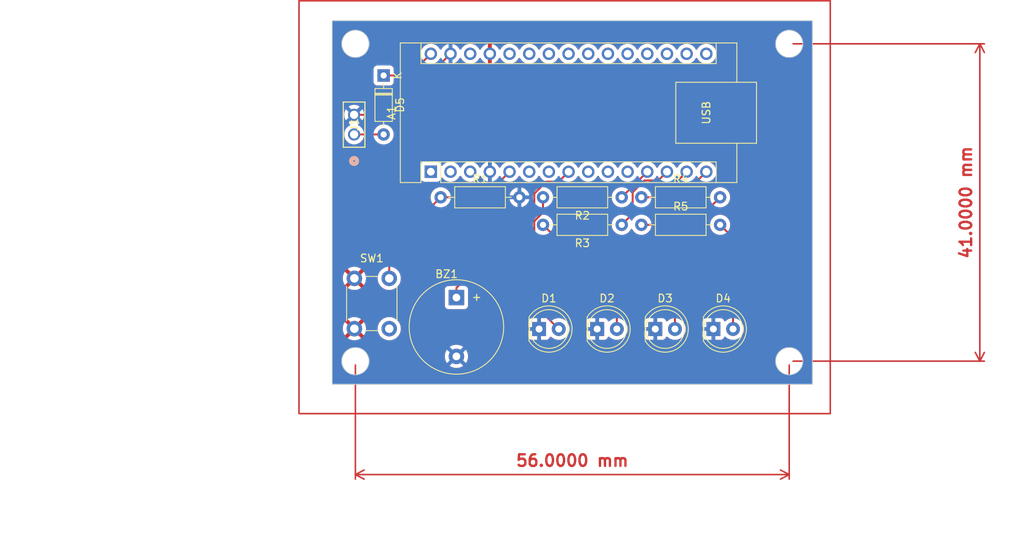
<source format=kicad_pcb>
(kicad_pcb (version 20221018) (generator pcbnew)
  (layers (0 "F.Cu" signal) (31 "B.Cu" signal) (34 "B.Paste" user) (35 "F.Paste" user) (36 "B.SilkS" user "B.Silkscreen") (37 "F.SilkS" user "F.Silkscreen") (38 "B.Mask" user) (39 "F.Mask" user) (44 "Edge.Cuts" user))
  (net 0 "")
  (net 1 "GND")
  (net 5 "button")
  (net 8 "Speaker")
  (net 12 "Red2")
  (net 13 "Red1")
  (net 14 "Yellow")
  (net 15 "Green")
  (net 28 "+5V")
  (net 29 "9v_in")
  (net 30 "Net-(D1-A)")
  (net 31 "Net-(D2-A)")
  (net 32 "Net-(D3-A)")
  (net 33 "Net-(D4-A)")
  (net 34 "Net-(A1-VIN)")
  (footprint "Buzzer_Beeper:Buzzer_12x9.5RM7.6" (layer "F.Cu") (at 129.54 66.284 -90)
    (fp_text reference "BZ1" (at -3.038 1.27 -180) (layer "F.SilkS"))
    (fp_text value "Buzzer" hide)
    (fp_text user "+" (at -0.01 -2.54 90) (layer "F.SilkS"))
    (fp_circle (center 3.8 0) (end 9.9 0) (stroke (width 0.12)) (fill none) (layer "F.SilkS"))
    (pad "1" thru_hole rect (at 0 0 270) (size 2 2) (drill 1) (layers "*.Cu" "*.Mask") (net 8 "Speaker"))
    (pad "2" thru_hole circle (at 7.6 0 270) (size 2 2) (drill 1) (layers "*.Cu" "*.Mask") (net 1 "GND"))
  )
  (footprint "Resistor_THT:R_Axial_DIN0207_L6.3mm_D2.5mm_P10.16mm_Horizontal" (layer "F.Cu") (at 153.416 56.886)
    (fp_text reference "R5" (at 5.08 -2.37) (layer "F.SilkS"))
    (fp_text value "330")
    (fp_line (start 1.04 0) (end 1.81 0) (stroke (width 0.12)) (layer "F.SilkS"))
    (fp_line (start 1.81 -1.37) (end 1.81 1.37) (stroke (width 0.12)) (layer "F.SilkS"))
    (fp_line (start 1.81 1.37) (end 8.35 1.37) (stroke (width 0.12)) (layer "F.SilkS"))
    (fp_line (start 8.35 -1.37) (end 1.81 -1.37) (stroke (width 0.12)) (layer "F.SilkS"))
    (fp_line (start 8.35 1.37) (end 8.35 -1.37) (stroke (width 0.12)) (layer "F.SilkS"))
    (fp_line (start 9.12 0) (end 8.35 0) (stroke (width 0.12)) (layer "F.SilkS"))
    (pad "1" thru_hole circle (at 0 0) (size 1.6 1.6) (drill 0.8) (layers "*.Cu" "*.Mask") (net 15 "Green"))
    (pad "2" thru_hole oval (at 10.16 0) (size 1.6 1.6) (drill 0.8) (layers "*.Cu" "*.Mask") (net 33 "Net-(D4-A)"))
  )
  (footprint "PPTC021LFBN_RC:CONN2_LFBN-RC_SUL" (layer "F.Cu") (at 116.332 45.212 90)
    (fp_text reference "J1" (at 1.27 0 90 unlocked) (layer "F.SilkS"))
    (fp_text value "PPTC021LFBN-RC")
    (fp_circle (center -3.429 0) (end -3.048 0) (stroke (width 0.508)) (fill none) (layer "B.SilkS"))
    (fp_line (start -1.651 -1.397) (end -1.651 1.397) (stroke (width 0.1524)) (layer "F.SilkS"))
    (fp_line (start -1.651 1.397) (end 4.191 1.397) (stroke (width 0.1524)) (layer "F.SilkS"))
    (fp_line (start 4.191 -1.397) (end -1.651 -1.397) (stroke (width 0.1524)) (layer "F.SilkS"))
    (fp_line (start 4.191 1.397) (end 4.191 -1.397) (stroke (width 0.1524)) (layer "F.SilkS"))
    (fp_circle (center -3.429 0) (end -3.048 0) (stroke (width 0.508)) (fill none) (layer "F.SilkS"))
    (pad "1" thru_hole circle (at 0 0 90) (size 1.5748 1.5748) (drill 1.0668) (layers "*.Cu" "*.Mask") (net 29 "9v_in"))
    (pad "2" thru_hole circle (at 2.54 0 90) (size 1.5748 1.5748) (drill 1.0668) (layers "*.Cu" "*.Mask") (net 1 "GND"))
  )
  (footprint "LED_THT:LED_D5.0mm_IRGrey" (layer "F.Cu") (at 162.708 70.348)
    (fp_text reference "D4" (at 1.27 -3.96) (layer "F.SilkS"))
    (fp_text value "LD271")
    (fp_line (start -1.29 -1.545) (end -1.29 1.545) (stroke (width 0.12)) (layer "F.SilkS"))
    (fp_arc (start -1.29 -1.54483) (mid 2.072002 -2.880433) (end 4.26 0.000462) (stroke (width 0.12)) (layer "F.SilkS"))
    (fp_arc (start 4.26 -0.000462) (mid 2.072002 2.880433) (end -1.29 1.54483) (stroke (width 0.12)) (layer "F.SilkS"))
    (fp_circle (center 1.27 0) (end 3.77 0) (stroke (width 0.12)) (fill none) (layer "F.SilkS"))
    (pad "1" thru_hole rect (at 0 0) (size 1.8 1.8) (drill 0.9) (layers "*.Cu" "*.Mask") (net 1 "GND"))
    (pad "2" thru_hole circle (at 2.54 0) (size 1.8 1.8) (drill 0.9) (layers "*.Cu" "*.Mask") (net 33 "Net-(D4-A)"))
  )
  (footprint "Resistor_THT:R_Axial_DIN0207_L6.3mm_D2.5mm_P10.16mm_Horizontal" (layer "F.Cu") (at 127.508 53.33)
    (fp_text reference "R1" (at 5.08 -2.37) (layer "F.SilkS"))
    (fp_text value "10k")
    (fp_line (start 1.04 0) (end 1.81 0) (stroke (width 0.12)) (layer "F.SilkS"))
    (fp_line (start 1.81 -1.37) (end 1.81 1.37) (stroke (width 0.12)) (layer "F.SilkS"))
    (fp_line (start 1.81 1.37) (end 8.35 1.37) (stroke (width 0.12)) (layer "F.SilkS"))
    (fp_line (start 8.35 -1.37) (end 1.81 -1.37) (stroke (width 0.12)) (layer "F.SilkS"))
    (fp_line (start 8.35 1.37) (end 8.35 -1.37) (stroke (width 0.12)) (layer "F.SilkS"))
    (fp_line (start 9.12 0) (end 8.35 0) (stroke (width 0.12)) (layer "F.SilkS"))
    (pad "1" thru_hole circle (at 0 0) (size 1.6 1.6) (drill 0.8) (layers "*.Cu" "*.Mask") (net 5 "button"))
    (pad "2" thru_hole oval (at 10.16 0) (size 1.6 1.6) (drill 0.8) (layers "*.Cu" "*.Mask") (net 1 "GND"))
  )
  (footprint "LED_THT:LED_D5.0mm_IRGrey" (layer "F.Cu") (at 155.208 70.348)
    (fp_text reference "D3" (at 1.27 -3.96) (layer "F.SilkS"))
    (fp_text value "LD271")
    (fp_line (start -1.29 -1.545) (end -1.29 1.545) (stroke (width 0.12)) (layer "F.SilkS"))
    (fp_arc (start -1.29 -1.54483) (mid 2.072002 -2.880433) (end 4.26 0.000462) (stroke (width 0.12)) (layer "F.SilkS"))
    (fp_arc (start 4.26 -0.000462) (mid 2.072002 2.880433) (end -1.29 1.54483) (stroke (width 0.12)) (layer "F.SilkS"))
    (fp_circle (center 1.27 0) (end 3.77 0) (stroke (width 0.12)) (fill none) (layer "F.SilkS"))
    (pad "1" thru_hole rect (at 0 0) (size 1.8 1.8) (drill 0.9) (layers "*.Cu" "*.Mask") (net 1 "GND"))
    (pad "2" thru_hole circle (at 2.54 0) (size 1.8 1.8) (drill 0.9) (layers "*.Cu" "*.Mask") (net 32 "Net-(D3-A)"))
  )
  (footprint "LED_THT:LED_D5.0mm_IRGrey" (layer "F.Cu") (at 147.708 70.348)
    (fp_text reference "D2" (at 1.27 -3.96) (layer "F.SilkS"))
    (fp_text value "LD271")
    (fp_line (start -1.29 -1.545) (end -1.29 1.545) (stroke (width 0.12)) (layer "F.SilkS"))
    (fp_arc (start -1.29 -1.54483) (mid 2.072002 -2.880433) (end 4.26 0.000462) (stroke (width 0.12)) (layer "F.SilkS"))
    (fp_arc (start 4.26 -0.000462) (mid 2.072002 2.880433) (end -1.29 1.54483) (stroke (width 0.12)) (layer "F.SilkS"))
    (fp_circle (center 1.27 0) (end 3.77 0) (stroke (width 0.12)) (fill none) (layer "F.SilkS"))
    (pad "1" thru_hole rect (at 0 0) (size 1.8 1.8) (drill 0.9) (layers "*.Cu" "*.Mask") (net 1 "GND"))
    (pad "2" thru_hole circle (at 2.54 0) (size 1.8 1.8) (drill 0.9) (layers "*.Cu" "*.Mask") (net 31 "Net-(D2-A)"))
  )
  (footprint "Resistor_THT:R_Axial_DIN0207_L6.3mm_D2.5mm_P10.16mm_Horizontal" (layer "F.Cu") (at 150.876 56.886 180)
    (fp_text reference "R3" (at 5.08 -2.37) (layer "F.SilkS"))
    (fp_text value "330")
    (fp_line (start 1.04 0) (end 1.81 0) (stroke (width 0.12)) (layer "F.SilkS"))
    (fp_line (start 1.81 -1.37) (end 1.81 1.37) (stroke (width 0.12)) (layer "F.SilkS"))
    (fp_line (start 1.81 1.37) (end 8.35 1.37) (stroke (width 0.12)) (layer "F.SilkS"))
    (fp_line (start 8.35 -1.37) (end 1.81 -1.37) (stroke (width 0.12)) (layer "F.SilkS"))
    (fp_line (start 8.35 1.37) (end 8.35 -1.37) (stroke (width 0.12)) (layer "F.SilkS"))
    (fp_line (start 9.12 0) (end 8.35 0) (stroke (width 0.12)) (layer "F.SilkS"))
    (pad "1" thru_hole circle (at 0 0 180) (size 1.6 1.6) (drill 0.8) (layers "*.Cu" "*.Mask") (net 13 "Red1"))
    (pad "2" thru_hole oval (at 10.16 0 180) (size 1.6 1.6) (drill 0.8) (layers "*.Cu" "*.Mask") (net 31 "Net-(D2-A)"))
  )
  (footprint "Button_Switch_THT:SW_PUSH_6mm" (layer "F.Cu") (at 116.368 70.306 90)
    (fp_text reference "SW1" (at 9.092 2.25 180) (layer "F.SilkS"))
    (fp_text value "SW_Push" hide)
    (fp_line (start -0.25 1.5) (end -0.25 3) (stroke (width 0.12)) (layer "F.SilkS"))
    (fp_line (start 1 5.5) (end 5.5 5.5) (stroke (width 0.12)) (layer "F.SilkS"))
    (fp_line (start 5.5 -1) (end 1 -1) (stroke (width 0.12)) (layer "F.SilkS"))
    (fp_line (start 6.75 3) (end 6.75 1.5) (stroke (width 0.12)) (layer "F.SilkS"))
    (pad "1" thru_hole circle (at 0 0 180) (size 2 2) (drill 1.1) (layers "*.Cu" "*.Mask") (net 28 "+5V"))
    (pad "1" thru_hole circle (at 6.5 0 180) (size 2 2) (drill 1.1) (layers "*.Cu" "*.Mask") (net 28 "+5V"))
    (pad "2" thru_hole circle (at 0 4.5 180) (size 2 2) (drill 1.1) (layers "*.Cu" "*.Mask") (net 5 "button"))
    (pad "2" thru_hole circle (at 6.5 4.5 180) (size 2 2) (drill 1.1) (layers "*.Cu" "*.Mask") (net 5 "button"))
  )
  (footprint "Resistor_THT:R_Axial_DIN0207_L6.3mm_D2.5mm_P10.16mm_Horizontal" (layer "F.Cu") (at 153.416 53.33)
    (fp_text reference "R4" (at 5.08 -2.37) (layer "F.SilkS"))
    (fp_text value "330")
    (fp_line (start 1.04 0) (end 1.81 0) (stroke (width 0.12)) (layer "F.SilkS"))
    (fp_line (start 1.81 -1.37) (end 1.81 1.37) (stroke (width 0.12)) (layer "F.SilkS"))
    (fp_line (start 1.81 1.37) (end 8.35 1.37) (stroke (width 0.12)) (layer "F.SilkS"))
    (fp_line (start 8.35 -1.37) (end 1.81 -1.37) (stroke (width 0.12)) (layer "F.SilkS"))
    (fp_line (start 8.35 1.37) (end 8.35 -1.37) (stroke (width 0.12)) (layer "F.SilkS"))
    (fp_line (start 9.12 0) (end 8.35 0) (stroke (width 0.12)) (layer "F.SilkS"))
    (pad "1" thru_hole circle (at 0 0) (size 1.6 1.6) (drill 0.8) (layers "*.Cu" "*.Mask") (net 14 "Yellow"))
    (pad "2" thru_hole oval (at 10.16 0) (size 1.6 1.6) (drill 0.8) (layers "*.Cu" "*.Mask") (net 32 "Net-(D3-A)"))
  )
  (footprint "Diode_THT:D_DO-35_SOD27_P7.62mm_Horizontal" (layer "F.Cu") (at 120.142 37.592 -90)
    (fp_text reference "D5" (at 3.81 -2.12 90) (layer "F.SilkS"))
    (fp_text value "1N914")
    (fp_text user "K" (at 0 -1.8 90) (layer "F.SilkS"))
    (fp_line (start 1.04 0) (end 1.69 0) (stroke (width 0.12)) (layer "F.SilkS"))
    (fp_line (start 1.69 -1.12) (end 1.69 1.12) (stroke (width 0.12)) (layer "F.SilkS"))
    (fp_line (start 1.69 1.12) (end 5.93 1.12) (stroke (width 0.12)) (layer "F.SilkS"))
    (fp_line (start 2.29 -1.12) (end 2.29 1.12) (stroke (width 0.12)) (layer "F.SilkS"))
    (fp_line (start 2.41 -1.12) (end 2.41 1.12) (stroke (width 0.12)) (layer "F.SilkS"))
    (fp_line (start 2.53 -1.12) (end 2.53 1.12) (stroke (width 0.12)) (layer "F.SilkS"))
    (fp_line (start 5.93 -1.12) (end 1.69 -1.12) (stroke (width 0.12)) (layer "F.SilkS"))
    (fp_line (start 5.93 1.12) (end 5.93 -1.12) (stroke (width 0.12)) (layer "F.SilkS"))
    (fp_line (start 6.58 0) (end 5.93 0) (stroke (width 0.12)) (layer "F.SilkS"))
    (pad "1" thru_hole rect (at 0 0 270) (size 1.6 1.6) (drill 0.8) (layers "*.Cu" "*.Mask") (net 34 "Net-(A1-VIN)"))
    (pad "2" thru_hole oval (at 7.62 0 270) (size 1.6 1.6) (drill 0.8) (layers "*.Cu" "*.Mask") (net 29 "9v_in"))
  )
  (footprint "Module:Arduino_Nano" (layer "F.Cu") (at 126.238 50.028 90)
    (fp_text reference "A1" (at 7.62 -5.08 90) (layer "F.SilkS"))
    (fp_text value "Arduino_Nano_v2.x")
    (fp_text user "USB" (at 7.62 35.56 90 unlocked) (layer "F.SilkS"))
    (fp_line (start -1.4 -3.94) (end -1.4 -1.27) (stroke (width 0.12)) (layer "F.SilkS"))
    (fp_line (start -1.4 1.27) (end -1.4 39.5) (stroke (width 0.12)) (layer "F.SilkS"))
    (fp_line (start -1.4 39.5) (end 3.68 39.5) (stroke (width 0.12)) (layer "F.SilkS"))
    (fp_line (start 1.27 -1.27) (end -1.4 -1.27) (stroke (width 0.12)) (layer "F.SilkS"))
    (fp_line (start 1.27 1.27) (end -1.4 1.27) (stroke (width 0.12)) (layer "F.SilkS"))
    (fp_line (start 1.27 1.27) (end 1.27 -1.27) (stroke (width 0.12)) (layer "F.SilkS"))
    (fp_line (start 1.27 1.27) (end 1.27 36.83) (stroke (width 0.12)) (layer "F.SilkS"))
    (fp_line (start 1.27 36.83) (end -1.4 36.83) (stroke (width 0.12)) (layer "F.SilkS"))
    (fp_line (start 3.68 31.62) (end 11.56 31.62) (stroke (width 0.12)) (layer "F.SilkS"))
    (fp_line (start 3.68 42.04) (end 3.68 31.62) (stroke (width 0.12)) (layer "F.SilkS"))
    (fp_line (start 11.56 31.62) (end 11.56 42.04) (stroke (width 0.12)) (layer "F.SilkS"))
    (fp_line (start 11.56 42.04) (end 3.68 42.04) (stroke (width 0.12)) (layer "F.SilkS"))
    (fp_line (start 13.97 -1.27) (end 13.97 36.83) (stroke (width 0.12)) (layer "F.SilkS"))
    (fp_line (start 13.97 -1.27) (end 16.64 -1.27) (stroke (width 0.12)) (layer "F.SilkS"))
    (fp_line (start 13.97 36.83) (end 16.64 36.83) (stroke (width 0.12)) (layer "F.SilkS"))
    (fp_line (start 16.64 -3.94) (end -1.4 -3.94) (stroke (width 0.12)) (layer "F.SilkS"))
    (fp_line (start 16.64 39.5) (end 11.56 39.5) (stroke (width 0.12)) (layer "F.SilkS"))
    (fp_line (start 16.64 39.5) (end 16.64 -3.94) (stroke (width 0.12)) (layer "F.SilkS"))
    (pad "1" thru_hole rect (at 0 0 90) (size 1.6 1.6) (drill 1) (layers "*.Cu" "*.Mask"))
    (pad "2" thru_hole oval (at 0 2.54 90) (size 1.6 1.6) (drill 1) (layers "*.Cu" "*.Mask"))
    (pad "3" thru_hole oval (at 0 5.08 90) (size 1.6 1.6) (drill 1) (layers "*.Cu" "*.Mask"))
    (pad "4" thru_hole oval (at 0 7.62 90) (size 1.6 1.6) (drill 1) (layers "*.Cu" "*.Mask") (net 1 "GND"))
    (pad "5" thru_hole oval (at 0 10.16 90) (size 1.6 1.6) (drill 1) (layers "*.Cu" "*.Mask") (net 5 "button"))
    (pad "6" thru_hole oval (at 0 12.7 90) (size 1.6 1.6) (drill 1) (layers "*.Cu" "*.Mask"))
    (pad "7" thru_hole oval (at 0 15.24 90) (size 1.6 1.6) (drill 1) (layers "*.Cu" "*.Mask"))
    (pad "8" thru_hole oval (at 0 17.78 90) (size 1.6 1.6) (drill 1) (layers "*.Cu" "*.Mask") (net 8 "Speaker"))
    (pad "9" thru_hole oval (at 0 20.32 90) (size 1.6 1.6) (drill 1) (layers "*.Cu" "*.Mask"))
    (pad "10" thru_hole oval (at 0 22.86 90) (size 1.6 1.6) (drill 1) (layers "*.Cu" "*.Mask"))
    (pad "11" thru_hole oval (at 0 25.4 90) (size 1.6 1.6) (drill 1) (layers "*.Cu" "*.Mask"))
    (pad "12" thru_hole oval (at 0 27.94 90) (size 1.6 1.6) (drill 1) (layers "*.Cu" "*.Mask") (net 12 "Red2"))
    (pad "13" thru_hole oval (at 0 30.48 90) (size 1.6 1.6) (drill 1) (layers "*.Cu" "*.Mask") (net 13 "Red1"))
    (pad "14" thru_hole oval (at 0 33.02 90) (size 1.6 1.6) (drill 1) (layers "*.Cu" "*.Mask") (net 14 "Yellow"))
    (pad "15" thru_hole oval (at 0 35.56 90) (size 1.6 1.6) (drill 1) (layers "*.Cu" "*.Mask") (net 15 "Green"))
    (pad "16" thru_hole oval (at 15.24 35.56 90) (size 1.6 1.6) (drill 1) (layers "*.Cu" "*.Mask"))
    (pad "17" thru_hole oval (at 15.24 33.02 90) (size 1.6 1.6) (drill 1) (layers "*.Cu" "*.Mask"))
    (pad "18" thru_hole oval (at 15.24 30.48 90) (size 1.6 1.6) (drill 1) (layers "*.Cu" "*.Mask"))
    (pad "19" thru_hole oval (at 15.24 27.94 90) (size 1.6 1.6) (drill 1) (layers "*.Cu" "*.Mask"))
    (pad "20" thru_hole oval (at 15.24 25.4 90) (size 1.6 1.6) (drill 1) (layers "*.Cu" "*.Mask"))
    (pad "21" thru_hole oval (at 15.24 22.86 90) (size 1.6 1.6) (drill 1) (layers "*.Cu" "*.Mask"))
    (pad "22" thru_hole oval (at 15.24 20.32 90) (size 1.6 1.6) (drill 1) (layers "*.Cu" "*.Mask"))
    (pad "23" thru_hole oval (at 15.24 17.78 90) (size 1.6 1.6) (drill 1) (layers "*.Cu" "*.Mask"))
    (pad "24" thru_hole oval (at 15.24 15.24 90) (size 1.6 1.6) (drill 1) (layers "*.Cu" "*.Mask"))
    (pad "25" thru_hole oval (at 15.24 12.7 90) (size 1.6 1.6) (drill 1) (layers "*.Cu" "*.Mask"))
    (pad "26" thru_hole oval (at 15.24 10.16 90) (size 1.6 1.6) (drill 1) (layers "*.Cu" "*.Mask"))
    (pad "27" thru_hole oval (at 15.24 7.62 90) (size 1.6 1.6) (drill 1) (layers "*.Cu" "*.Mask") (net 28 "+5V"))
    (pad "28" thru_hole oval (at 15.24 5.08 90) (size 1.6 1.6) (drill 1) (layers "*.Cu" "*.Mask"))
    (pad "29" thru_hole oval (at 15.24 2.54 90) (size 1.6 1.6) (drill 1) (layers "*.Cu" "*.Mask") (net 1 "GND"))
    (pad "30" thru_hole oval (at 15.24 0 90) (size 1.6 1.6) (drill 1) (layers "*.Cu" "*.Mask") (net 34 "Net-(A1-VIN)"))
  )
  (footprint "Resistor_THT:R_Axial_DIN0207_L6.3mm_D2.5mm_P10.16mm_Horizontal" (layer "F.Cu") (at 150.876 53.33 180)
    (fp_text reference "R2" (at 5.08 -2.37) (layer "F.SilkS"))
    (fp_text value "330")
    (fp_line (start 1.04 0) (end 1.81 0) (stroke (width 0.12)) (layer "F.SilkS"))
    (fp_line (start 1.81 -1.37) (end 1.81 1.37) (stroke (width 0.12)) (layer "F.SilkS"))
    (fp_line (start 1.81 1.37) (end 8.35 1.37) (stroke (width 0.12)) (layer "F.SilkS"))
    (fp_line (start 8.35 -1.37) (end 1.81 -1.37) (stroke (width 0.12)) (layer "F.SilkS"))
    (fp_line (start 8.35 1.37) (end 8.35 -1.37) (stroke (width 0.12)) (layer "F.SilkS"))
    (fp_line (start 9.12 0) (end 8.35 0) (stroke (width 0.12)) (layer "F.SilkS"))
    (pad "1" thru_hole circle (at 0 0 180) (size 1.6 1.6) (drill 0.8) (layers "*.Cu" "*.Mask") (net 12 "Red2"))
    (pad "2" thru_hole oval (at 10.16 0 180) (size 1.6 1.6) (drill 0.8) (layers "*.Cu" "*.Mask") (net 30 "Net-(D1-A)"))
  )
  (footprint "LED_THT:LED_D5.0mm_IRGrey" (layer "F.Cu") (at 140.208 70.348)
    (fp_text reference "D1" (at 1.27 -3.96) (layer "F.SilkS"))
    (fp_text value "LD271")
    (fp_line (start -1.29 -1.545) (end -1.29 1.545) (stroke (width 0.12)) (layer "F.SilkS"))
    (fp_arc (start -1.29 -1.54483) (mid 2.072002 -2.880433) (end 4.26 0.000462) (stroke (width 0.12)) (layer "F.SilkS"))
    (fp_arc (start 4.26 -0.000462) (mid 2.072002 2.880433) (end -1.29 1.54483) (stroke (width 0.12)) (layer "F.SilkS"))
    (fp_circle (center 1.27 0) (end 3.77 0) (stroke (width 0.12)) (fill none) (layer "F.SilkS"))
    (pad "1" thru_hole rect (at 0 0) (size 1.8 1.8) (drill 0.9) (layers "*.Cu" "*.Mask") (net 1 "GND"))
    (pad "2" thru_hole circle (at 2.54 0) (size 1.8 1.8) (drill 0.9) (layers "*.Cu" "*.Mask") (net 30 "Net-(D1-A)"))
  )
  (gr_rect (start 109.22 27.94) (end 177.8 81.28) (stroke (width 0.2)) (fill none) (layer "F.Cu"))
  (gr_circle (center 172.5 33.5) (end 174.25 33.5) (stroke (width 0.1)) (fill none) (layer "Edge.Cuts"))
  (gr_rect (start 113.5 30.5) (end 175.5 77.5) (stroke (width 0.1)) (fill none) (layer "Edge.Cuts"))
  (gr_circle (center 116.5 74.5) (end 118.25 74.5) (stroke (width 0.1)) (fill none) (layer "Edge.Cuts"))
  (gr_circle (center 172.5 74.5) (end 174.25 74.5) (stroke (width 0.1)) (fill none) (layer "Edge.Cuts"))
  (gr_circle (center 116.5 33.5) (end 118.25 33.5) (stroke (width 0.1)) (fill none) (layer "Edge.Cuts"))
  (dimension (type aligned) (layer "F.Cu") (pts (xy 172.5 74.5) (xy 116.5 74.5)) (height -14.654) (gr_text "56.0000 mm" (at 144.5 87.354) (layer "F.Cu") (effects (font (size 1.5 1.5) (thickness 0.3)))) (format (prefix "") (suffix "") (units 3) (units_format 1) (precision 4)) (style (thickness 0.2) (arrow_length 1.27) (text_position_mode 0) (extension_height 0.58642) (extension_offset 0.5) keep_text_aligned))
  (dimension (type aligned) (layer "F.Cu") (pts (xy 172.5 33.5) (xy 172.5 74.5)) (height -24.604) (gr_text "41.0000 mm" (at 195.304 54 90) (layer "F.Cu") (effects (font (size 1.5 1.5) (thickness 0.3)))) (format (prefix "") (suffix "") (units 3) (units_format 1) (precision 4)) (style (thickness 0.2) (arrow_length 1.27) (text_position_mode 0) (extension_height 0.58642) (extension_offset 0.5) keep_text_aligned))
  (segment (start 120.894 42.672) (end 128.778 34.788) (width 0.25) (layer "F.Cu") (net 1))
  (segment (start 116.332 42.672) (end 120.894 42.672) (width 0.25) (layer "F.Cu") (net 1))
  (segment (start 134.366 50.028) (end 133.858 50.028) (width 0.25) (layer "B.Cu") (net 1))
  (segment (start 127.508 53.33) (end 133.096 53.33) (width 0.25) (layer "F.Cu") (net 5))
  (segment (start 120.868 59.97) (end 127.508 53.33) (width 0.25) (layer "F.Cu") (net 5))
  (segment (start 120.868 63.806) (end 120.868 59.97) (width 0.25) (layer "F.Cu") (net 5))
  (segment (start 133.096 53.33) (end 136.398 50.028) (width 0.25) (layer "F.Cu") (net 5))
  (segment (start 127.296 53.33) (end 127.508 53.33) (width 0.25) (layer "F.Cu") (net 5))
  (segment (start 129.54 65.034) (end 139.591 54.983) (width 0.25) (layer "F.Cu") (net 8))
  (segment (start 139.591 54.983) (end 139.591 52.864009) (width 0.25) (layer "F.Cu") (net 8))
  (segment (start 129.54 66.284) (end 129.54 65.034) (width 0.25) (layer "F.Cu") (net 8))
  (segment (start 141.147009 51.308) (end 142.738 51.308) (width 0.25) (layer "F.Cu") (net 8))
  (segment (start 139.591 52.864009) (end 141.147009 51.308) (width 0.25) (layer "F.Cu") (net 8))
  (segment (start 142.738 51.308) (end 144.018 50.028) (width 0.25) (layer "F.Cu") (net 8))
  (segment (start 150.876 53.33) (end 154.178 50.028) (width 0.25) (layer "F.Cu") (net 12))
  (segment (start 155.593 51.153) (end 156.718 50.028) (width 0.25) (layer "F.Cu") (net 13))
  (segment (start 150.876 56.886) (end 152.291 55.471) (width 0.25) (layer "F.Cu") (net 13))
  (segment (start 152.291 55.471) (end 152.291 52.677) (width 0.25) (layer "F.Cu") (net 13))
  (segment (start 152.291 52.677) (end 153.815 51.153) (width 0.25) (layer "F.Cu") (net 13))
  (segment (start 153.815 51.153) (end 155.593 51.153) (width 0.25) (layer "F.Cu") (net 13))
  (segment (start 155.956 53.33) (end 159.258 50.028) (width 0.25) (layer "F.Cu") (net 14))
  (segment (start 153.416 53.33) (end 155.956 53.33) (width 0.25) (layer "F.Cu") (net 14))
  (segment (start 154.94 56.886) (end 161.798 50.028) (width 0.25) (layer "F.Cu") (net 15))
  (segment (start 153.416 56.886) (end 154.94 56.886) (width 0.25) (layer "F.Cu") (net 15))
  (segment (start 116.332 45.212) (end 120.142 45.212) (width 0.25) (layer "F.Cu") (net 29))
  (segment (start 139.591 67.191) (end 142.748 70.348) (width 0.25) (layer "F.Cu") (net 30))
  (segment (start 140.716 53.33) (end 140.716 55.295009) (width 0.25) (layer "F.Cu") (net 30))
  (segment (start 140.716 55.295009) (end 139.591 56.420009) (width 0.25) (layer "F.Cu") (net 30))
  (segment (start 139.591 56.420009) (end 139.591 67.191) (width 0.25) (layer "F.Cu") (net 30))
  (segment (start 150.248 66.418) (end 140.716 56.886) (width 0.25) (layer "F.Cu") (net 31))
  (segment (start 150.248 70.348) (end 150.248 66.418) (width 0.25) (layer "F.Cu") (net 31))
  (segment (start 157.748 59.158) (end 163.576 53.33) (width 0.25) (layer "F.Cu") (net 32))
  (segment (start 157.748 70.348) (end 157.748 59.158) (width 0.25) (layer "F.Cu") (net 32))
  (segment (start 165.248 70.348) (end 165.248 58.558) (width 0.25) (layer "F.Cu") (net 33))
  (segment (start 165.248 58.558) (end 163.576 56.886) (width 0.25) (layer "F.Cu") (net 33))
  (segment (start 123.434 37.592) (end 126.238 34.788) (width 0.25) (layer "F.Cu") (net 34))
  (segment (start 120.142 37.592) (end 123.434 37.592) (width 0.25) (layer "F.Cu") (net 34))
  (zone (net 28) (net_name "+5V") (layer "F.Cu") (connect_pads (clearance 0.5)) (min_thickness 0.25) (fill yes (thermal_gap 0.5) (thermal_bridge_width 0.5))
    (polygon (pts (xy 177.8 27.94) (xy 109.22 27.94) (xy 109.22 81.28) (xy 177.8 81.28)))
  )
  (zone (net 1) (net_name "GND") (layer "B.Cu") (priority 1) (connect_pads (clearance 0.5)) (min_thickness 0.25) (fill yes (thermal_gap 0.5) (thermal_bridge_width 0.5))
    (polygon (pts (xy 177.8 27.94) (xy 109.22 27.94) (xy 109.22 81.28) (xy 177.8 81.28)))
  )
)
</source>
